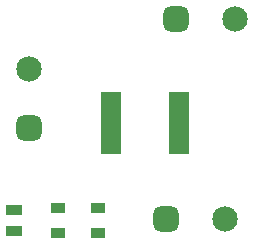
<source format=gts>
G04*
G04 #@! TF.GenerationSoftware,Altium Limited,Altium Designer,24.9.1 (31)*
G04*
G04 Layer_Color=8388736*
%FSLAX44Y44*%
%MOMM*%
G71*
G04*
G04 #@! TF.SameCoordinates,6FF1A4AC-1349-41AC-8DD2-F97DD9D855A8*
G04*
G04*
G04 #@! TF.FilePolarity,Negative*
G04*
G01*
G75*
%ADD15R,1.4000X0.9500*%
%ADD16R,1.3000X0.9000*%
%ADD17R,1.7032X0.6532*%
G04:AMPARAMS|DCode=18|XSize=2.1532mm|YSize=2.1532mm|CornerRadius=0.5891mm|HoleSize=0mm|Usage=FLASHONLY|Rotation=0.000|XOffset=0mm|YOffset=0mm|HoleType=Round|Shape=RoundedRectangle|*
%AMROUNDEDRECTD18*
21,1,2.1532,0.9750,0,0,0.0*
21,1,0.9750,2.1532,0,0,0.0*
1,1,1.1782,0.4875,-0.4875*
1,1,1.1782,-0.4875,-0.4875*
1,1,1.1782,-0.4875,0.4875*
1,1,1.1782,0.4875,0.4875*
%
%ADD18ROUNDEDRECTD18*%
%ADD19C,2.1532*%
G04:AMPARAMS|DCode=20|XSize=2.1532mm|YSize=2.1532mm|CornerRadius=0.5891mm|HoleSize=0mm|Usage=FLASHONLY|Rotation=90.000|XOffset=0mm|YOffset=0mm|HoleType=Round|Shape=RoundedRectangle|*
%AMROUNDEDRECTD20*
21,1,2.1532,0.9750,0,0,90.0*
21,1,0.9750,2.1532,0,0,90.0*
1,1,1.1782,0.4875,0.4875*
1,1,1.1782,0.4875,-0.4875*
1,1,1.1782,-0.4875,-0.4875*
1,1,1.1782,-0.4875,0.4875*
%
%ADD20ROUNDEDRECTD20*%
D15*
X31750Y54970D02*
D03*
Y36470D02*
D03*
D16*
X68580Y35220D02*
D03*
Y56220D02*
D03*
X102870Y35220D02*
D03*
Y56220D02*
D03*
D17*
X113450Y150760D02*
D03*
Y144260D02*
D03*
Y137760D02*
D03*
Y131260D02*
D03*
Y124760D02*
D03*
Y118260D02*
D03*
Y111760D02*
D03*
Y105260D02*
D03*
X171450Y150760D02*
D03*
Y144260D02*
D03*
Y137760D02*
D03*
Y131260D02*
D03*
Y124760D02*
D03*
Y118260D02*
D03*
Y111760D02*
D03*
Y105260D02*
D03*
D18*
X168910Y215900D02*
D03*
X160020Y46990D02*
D03*
D19*
X218910Y215900D02*
D03*
X44490Y173590D02*
D03*
X210020Y46990D02*
D03*
D20*
X44490Y123590D02*
D03*
M02*

</source>
